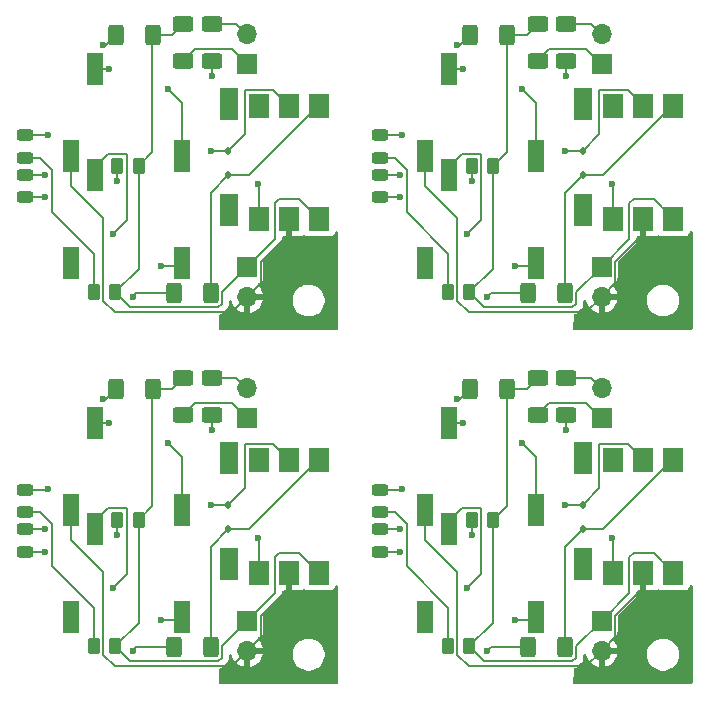
<source format=gtl>
G04 #@! TF.GenerationSoftware,KiCad,Pcbnew,8.0.1*
G04 #@! TF.CreationDate,2024-03-24T21:19:35-05:00*
G04 #@! TF.ProjectId,minimidi_v1,6d696e69-6d69-4646-995f-76312e6b6963,rev?*
G04 #@! TF.SameCoordinates,Original*
G04 #@! TF.FileFunction,Copper,L1,Top*
G04 #@! TF.FilePolarity,Positive*
%FSLAX46Y46*%
G04 Gerber Fmt 4.6, Leading zero omitted, Abs format (unit mm)*
G04 Created by KiCad (PCBNEW 8.0.1) date 2024-03-24 21:19:35*
%MOMM*%
%LPD*%
G01*
G04 APERTURE LIST*
G04 Aperture macros list*
%AMRoundRect*
0 Rectangle with rounded corners*
0 $1 Rounding radius*
0 $2 $3 $4 $5 $6 $7 $8 $9 X,Y pos of 4 corners*
0 Add a 4 corners polygon primitive as box body*
4,1,4,$2,$3,$4,$5,$6,$7,$8,$9,$2,$3,0*
0 Add four circle primitives for the rounded corners*
1,1,$1+$1,$2,$3*
1,1,$1+$1,$4,$5*
1,1,$1+$1,$6,$7*
1,1,$1+$1,$8,$9*
0 Add four rect primitives between the rounded corners*
20,1,$1+$1,$2,$3,$4,$5,0*
20,1,$1+$1,$4,$5,$6,$7,0*
20,1,$1+$1,$6,$7,$8,$9,0*
20,1,$1+$1,$8,$9,$2,$3,0*%
G04 Aperture macros list end*
G04 #@! TA.AperFunction,SMDPad,CuDef*
%ADD10R,1.400000X2.800000*%
G04 #@! TD*
G04 #@! TA.AperFunction,SMDPad,CuDef*
%ADD11R,1.600000X2.800000*%
G04 #@! TD*
G04 #@! TA.AperFunction,SMDPad,CuDef*
%ADD12RoundRect,0.112500X0.112500X-0.187500X0.112500X0.187500X-0.112500X0.187500X-0.112500X-0.187500X0*%
G04 #@! TD*
G04 #@! TA.AperFunction,SMDPad,CuDef*
%ADD13RoundRect,0.243750X-0.456250X0.243750X-0.456250X-0.243750X0.456250X-0.243750X0.456250X0.243750X0*%
G04 #@! TD*
G04 #@! TA.AperFunction,SMDPad,CuDef*
%ADD14R,1.780000X2.000000*%
G04 #@! TD*
G04 #@! TA.AperFunction,SMDPad,CuDef*
%ADD15RoundRect,0.250000X-0.400000X-0.625000X0.400000X-0.625000X0.400000X0.625000X-0.400000X0.625000X0*%
G04 #@! TD*
G04 #@! TA.AperFunction,ComponentPad*
%ADD16R,1.700000X1.700000*%
G04 #@! TD*
G04 #@! TA.AperFunction,ComponentPad*
%ADD17O,1.700000X1.700000*%
G04 #@! TD*
G04 #@! TA.AperFunction,SMDPad,CuDef*
%ADD18RoundRect,0.250000X0.400000X0.625000X-0.400000X0.625000X-0.400000X-0.625000X0.400000X-0.625000X0*%
G04 #@! TD*
G04 #@! TA.AperFunction,SMDPad,CuDef*
%ADD19RoundRect,0.250000X0.262500X0.450000X-0.262500X0.450000X-0.262500X-0.450000X0.262500X-0.450000X0*%
G04 #@! TD*
G04 #@! TA.AperFunction,SMDPad,CuDef*
%ADD20RoundRect,0.250000X-0.625000X0.400000X-0.625000X-0.400000X0.625000X-0.400000X0.625000X0.400000X0*%
G04 #@! TD*
G04 #@! TA.AperFunction,SMDPad,CuDef*
%ADD21RoundRect,0.250000X0.625000X-0.400000X0.625000X0.400000X-0.625000X0.400000X-0.625000X-0.400000X0*%
G04 #@! TD*
G04 #@! TA.AperFunction,ViaPad*
%ADD22C,0.600000*%
G04 #@! TD*
G04 #@! TA.AperFunction,Conductor*
%ADD23C,0.200000*%
G04 #@! TD*
G04 APERTURE END LIST*
D10*
X155368098Y-132275000D03*
X164768098Y-132275000D03*
X157368098Y-124875000D03*
D11*
X168768098Y-127825000D03*
D12*
X168700000Y-124875000D03*
X168700000Y-122775000D03*
D13*
X121500000Y-124875000D03*
X121500000Y-126750000D03*
D14*
X176380000Y-119010000D03*
X173840000Y-119010000D03*
X171300000Y-119010000D03*
X171300000Y-128540000D03*
X173840000Y-128540000D03*
X176380000Y-128540000D03*
D15*
X164100000Y-134875000D03*
X167200000Y-134875000D03*
D16*
X140300000Y-132635000D03*
D17*
X140300000Y-135175000D03*
D13*
X121500000Y-121500000D03*
X121500000Y-123375000D03*
D10*
X125368098Y-132275000D03*
X134768098Y-132275000D03*
X127368098Y-124875000D03*
D11*
X138768098Y-127825000D03*
D18*
X162300000Y-112975000D03*
X159200000Y-112975000D03*
D19*
X131112500Y-124075000D03*
X129287500Y-124075000D03*
D20*
X137300000Y-112075000D03*
X137300000Y-115175000D03*
X167300000Y-112075000D03*
X167300000Y-115175000D03*
D16*
X170300000Y-115475000D03*
D17*
X170300000Y-112935000D03*
D19*
X161112500Y-124075000D03*
X159287500Y-124075000D03*
D18*
X132300000Y-112975000D03*
X129200000Y-112975000D03*
D13*
X151500000Y-124875000D03*
X151500000Y-126750000D03*
D19*
X159112500Y-134775000D03*
X157287500Y-134775000D03*
D14*
X146380000Y-119010000D03*
X143840000Y-119010000D03*
X141300000Y-119010000D03*
X141300000Y-128540000D03*
X143840000Y-128540000D03*
X146380000Y-128540000D03*
D19*
X129112500Y-134775000D03*
X127287500Y-134775000D03*
D10*
X125368098Y-123275000D03*
X134768098Y-123275000D03*
X127368098Y-115875000D03*
D11*
X138768098Y-118825000D03*
D15*
X134100000Y-134875000D03*
X137200000Y-134875000D03*
D13*
X151500000Y-121500000D03*
X151500000Y-123375000D03*
D16*
X170300000Y-132635000D03*
D17*
X170300000Y-135175000D03*
D10*
X155368098Y-123275000D03*
X164768098Y-123275000D03*
X157368098Y-115875000D03*
D11*
X168768098Y-118825000D03*
D21*
X164900000Y-115175000D03*
X164900000Y-112075000D03*
D12*
X138700000Y-124875000D03*
X138700000Y-122775000D03*
D21*
X134900000Y-115175000D03*
X134900000Y-112075000D03*
D16*
X140300000Y-115475000D03*
D17*
X140300000Y-112935000D03*
D13*
X151500000Y-94900000D03*
X151500000Y-96775000D03*
D16*
X170300000Y-102660000D03*
D17*
X170300000Y-105200000D03*
D13*
X151500000Y-91525000D03*
X151500000Y-93400000D03*
D10*
X155368098Y-102300000D03*
X164768098Y-102300000D03*
X157368098Y-94900000D03*
D11*
X168768098Y-97850000D03*
D19*
X161112500Y-94100000D03*
X159287500Y-94100000D03*
D20*
X167300000Y-82100000D03*
X167300000Y-85200000D03*
D18*
X162300000Y-83000000D03*
X159200000Y-83000000D03*
D14*
X176380000Y-89035000D03*
X173840000Y-89035000D03*
X171300000Y-89035000D03*
X171300000Y-98565000D03*
X173840000Y-98565000D03*
X176380000Y-98565000D03*
D19*
X159112500Y-104800000D03*
X157287500Y-104800000D03*
D10*
X155368098Y-93300000D03*
X164768098Y-93300000D03*
X157368098Y-85900000D03*
D11*
X168768098Y-88850000D03*
D15*
X164100000Y-104900000D03*
X167200000Y-104900000D03*
D12*
X168700000Y-94900000D03*
X168700000Y-92800000D03*
D21*
X164900000Y-85200000D03*
X164900000Y-82100000D03*
D16*
X170300000Y-85500000D03*
D17*
X170300000Y-82960000D03*
D13*
X121500000Y-93400000D03*
X121500000Y-91525000D03*
D19*
X131112500Y-94100000D03*
X129287500Y-94100000D03*
X129112500Y-104800000D03*
X127287500Y-104800000D03*
D14*
X146380000Y-98565000D03*
X143840000Y-98565000D03*
X141300000Y-98565000D03*
X141300000Y-89035000D03*
X143840000Y-89035000D03*
X146380000Y-89035000D03*
D21*
X134900000Y-82100000D03*
X134900000Y-85200000D03*
D15*
X134100000Y-104900000D03*
X137200000Y-104900000D03*
D20*
X137300000Y-82100000D03*
X137300000Y-85200000D03*
D18*
X129200000Y-83000000D03*
X132300000Y-83000000D03*
D10*
X125368098Y-93300000D03*
X134768098Y-93300000D03*
X127368098Y-85900000D03*
D11*
X138768098Y-88850000D03*
D16*
X140300000Y-85500000D03*
D17*
X140300000Y-82960000D03*
D11*
X138768098Y-97850000D03*
D10*
X127368098Y-94900000D03*
X134768098Y-102300000D03*
X125368098Y-102300000D03*
D16*
X140300000Y-102660000D03*
D17*
X140300000Y-105200000D03*
D13*
X121500000Y-96775000D03*
X121500000Y-94900000D03*
D12*
X138700000Y-92800000D03*
X138700000Y-94900000D03*
D22*
X130600000Y-135175000D03*
X129300000Y-125375000D03*
X141200000Y-125575000D03*
X137200000Y-122775000D03*
X153200000Y-126750000D03*
X153200000Y-124875000D03*
X167200000Y-122775000D03*
X158600000Y-115875000D03*
X137300000Y-116475000D03*
X133000000Y-132575000D03*
X158900000Y-129875000D03*
X159300000Y-125375000D03*
X133600000Y-117575000D03*
X123200000Y-124875000D03*
X160600000Y-135175000D03*
X158100000Y-113875000D03*
X167300000Y-116475000D03*
X163000000Y-132575000D03*
X163600000Y-117575000D03*
X123400000Y-121475000D03*
X123200000Y-126750000D03*
X128100000Y-113875000D03*
X171200000Y-125575000D03*
X128900000Y-129875000D03*
X153400000Y-121475000D03*
X128600000Y-115875000D03*
X160600000Y-105200000D03*
X159300000Y-95400000D03*
X171200000Y-95600000D03*
X167200000Y-92800000D03*
X167300000Y-86500000D03*
X163000000Y-102600000D03*
X163600000Y-87600000D03*
X153200000Y-94900000D03*
X153400000Y-91500000D03*
X153200000Y-96775000D03*
X158100000Y-83900000D03*
X158900000Y-99900000D03*
X158600000Y-85900000D03*
X141200000Y-95600000D03*
X123200000Y-94900000D03*
X137200000Y-92800000D03*
X128900000Y-99900000D03*
X128100000Y-83900000D03*
X137300000Y-86500000D03*
X128600000Y-85900000D03*
X133600000Y-87600000D03*
X129300000Y-95400000D03*
X123200000Y-96775000D03*
X130600000Y-105200000D03*
X133000000Y-102600000D03*
X123400000Y-91500000D03*
D23*
X168700000Y-124875000D02*
X170434314Y-124875000D01*
X167200000Y-134875000D02*
X167200000Y-126375000D01*
X162300000Y-112975000D02*
X162268098Y-113006902D01*
X172505000Y-117675000D02*
X173840000Y-119010000D01*
X132268098Y-113006902D02*
X132268098Y-122919402D01*
X134768098Y-118743098D02*
X133600000Y-117575000D01*
X167200000Y-126375000D02*
X168700000Y-124875000D01*
X135850000Y-114175000D02*
X139000000Y-114175000D01*
X161112500Y-132775000D02*
X159112500Y-134775000D01*
X123375000Y-121500000D02*
X123400000Y-121475000D01*
X137200000Y-126375000D02*
X138700000Y-124875000D01*
X170100000Y-121375000D02*
X170100000Y-117675000D01*
X140100000Y-117675000D02*
X142505000Y-117675000D01*
X128100000Y-113875000D02*
X128300000Y-113875000D01*
X137300000Y-116475000D02*
X137300000Y-115125000D01*
X157287500Y-131494402D02*
X157287500Y-134775000D01*
X167200000Y-122775000D02*
X168700000Y-122775000D01*
X140300000Y-112935000D02*
X139390000Y-112025000D01*
X139390000Y-112025000D02*
X137300000Y-112025000D01*
X171450000Y-134025000D02*
X170300000Y-135175000D01*
X173840000Y-129835000D02*
X171450000Y-132225000D01*
X141450000Y-134025000D02*
X140300000Y-135175000D01*
X141300000Y-128540000D02*
X141300000Y-125675000D01*
X170434314Y-124875000D02*
X176299314Y-119010000D01*
X127368098Y-124175000D02*
X128498706Y-123044392D01*
X130100000Y-123114641D02*
X130100000Y-128675000D01*
X127368098Y-124875000D02*
X127368098Y-124175000D01*
X121500000Y-124875000D02*
X123200000Y-124875000D01*
X160029751Y-123044392D02*
X160100000Y-123114641D01*
X129300000Y-125375000D02*
X129300000Y-124087500D01*
X167300000Y-116475000D02*
X167300000Y-115125000D01*
X159300000Y-124087500D02*
X159287500Y-124075000D01*
X142650000Y-127240000D02*
X143015000Y-126875000D01*
X168700000Y-122775000D02*
X170100000Y-121375000D01*
X153800000Y-128006902D02*
X157287500Y-131494402D01*
X139000000Y-114175000D02*
X140300000Y-115475000D01*
X162268098Y-122919402D02*
X161112500Y-124075000D01*
X134100000Y-134875000D02*
X130900000Y-134875000D01*
X151500000Y-123375000D02*
X152768098Y-123375000D01*
X141450000Y-132225000D02*
X141450000Y-134025000D01*
X163950000Y-112975000D02*
X164900000Y-112025000D01*
X138700000Y-124875000D02*
X140434314Y-124875000D01*
X163000000Y-132575000D02*
X164468098Y-132575000D01*
X121500000Y-123375000D02*
X122768098Y-123375000D01*
X138150000Y-134785000D02*
X138150000Y-135734744D01*
X140100000Y-121375000D02*
X140100000Y-117675000D01*
X134468098Y-132575000D02*
X134768098Y-132275000D01*
X138700000Y-122775000D02*
X140100000Y-121375000D01*
X137834744Y-136050000D02*
X130387500Y-136050000D01*
X167834744Y-136050000D02*
X160387500Y-136050000D01*
X168150000Y-135734744D02*
X167834744Y-136050000D01*
X155368098Y-123275000D02*
X155368098Y-125777944D01*
X158100000Y-135475000D02*
X159100000Y-136475000D01*
X169000000Y-136475000D02*
X170300000Y-135175000D01*
X137200000Y-122775000D02*
X138700000Y-122775000D01*
X153200000Y-126750000D02*
X151500000Y-126750000D01*
X130100000Y-128675000D02*
X128900000Y-129875000D01*
X173840000Y-128540000D02*
X173840000Y-129835000D01*
X170300000Y-132635000D02*
X172650000Y-130285000D01*
X143015000Y-126875000D02*
X144715000Y-126875000D01*
X159100000Y-136475000D02*
X169000000Y-136475000D01*
X125368098Y-123275000D02*
X125368098Y-125777944D01*
X171300000Y-128540000D02*
X171300000Y-125675000D01*
X164468098Y-132575000D02*
X164768098Y-132275000D01*
X158100000Y-113875000D02*
X158300000Y-113875000D01*
X160100000Y-123114641D02*
X160100000Y-128675000D01*
X173015000Y-126875000D02*
X174715000Y-126875000D01*
X123800000Y-124406902D02*
X123800000Y-128006902D01*
X169000000Y-114175000D02*
X170300000Y-115475000D01*
X164768098Y-118743098D02*
X163600000Y-117575000D01*
X129300000Y-124087500D02*
X129287500Y-124075000D01*
X162300000Y-112975000D02*
X163950000Y-112975000D01*
X170100000Y-117675000D02*
X172505000Y-117675000D01*
X168150000Y-134785000D02*
X168150000Y-135734744D01*
X123200000Y-126750000D02*
X121500000Y-126750000D01*
X123800000Y-128006902D02*
X127287500Y-131494402D01*
X142505000Y-117675000D02*
X143840000Y-119010000D01*
X127368098Y-115875000D02*
X128600000Y-115875000D01*
X161112500Y-124075000D02*
X161112500Y-132775000D01*
X158300000Y-113875000D02*
X159200000Y-112975000D01*
X169390000Y-112025000D02*
X167300000Y-112025000D01*
X125368098Y-125777944D02*
X128100000Y-128509846D01*
X160900000Y-134875000D02*
X160600000Y-135175000D01*
X164100000Y-134875000D02*
X160900000Y-134875000D01*
X172650000Y-130285000D02*
X172650000Y-127240000D01*
X164900000Y-115125000D02*
X165850000Y-114175000D01*
X132268098Y-122919402D02*
X131112500Y-124075000D01*
X174715000Y-126875000D02*
X176380000Y-128540000D01*
X134900000Y-115125000D02*
X135850000Y-114175000D01*
X155368098Y-125777944D02*
X158100000Y-128509846D01*
X157368098Y-124175000D02*
X158498706Y-123044392D01*
X137200000Y-134875000D02*
X137200000Y-126375000D01*
X131112500Y-124075000D02*
X131112500Y-132775000D01*
X158498706Y-123044392D02*
X160029751Y-123044392D01*
X176299314Y-119010000D02*
X176380000Y-119010000D01*
X170300000Y-112935000D02*
X169390000Y-112025000D01*
X153800000Y-124406902D02*
X153800000Y-128006902D01*
X151500000Y-124875000D02*
X153200000Y-124875000D01*
X134768098Y-123275000D02*
X134768098Y-118743098D01*
X171450000Y-132225000D02*
X171450000Y-134025000D01*
X157368098Y-124875000D02*
X157368098Y-124175000D01*
X142650000Y-130285000D02*
X142650000Y-127240000D01*
X140300000Y-132635000D02*
X138150000Y-134785000D01*
X128100000Y-128509846D02*
X128100000Y-135475000D01*
X165850000Y-114175000D02*
X169000000Y-114175000D01*
X153375000Y-121500000D02*
X153400000Y-121475000D01*
X170300000Y-132635000D02*
X168150000Y-134785000D01*
X157368098Y-115875000D02*
X158600000Y-115875000D01*
X160100000Y-128675000D02*
X158900000Y-129875000D01*
X128498706Y-123044392D02*
X130029751Y-123044392D01*
X130900000Y-134875000D02*
X130600000Y-135175000D01*
X140434314Y-124875000D02*
X146299314Y-119010000D01*
X130029751Y-123044392D02*
X130100000Y-123114641D01*
X128100000Y-135475000D02*
X129100000Y-136475000D01*
X138150000Y-135734744D02*
X137834744Y-136050000D01*
X129100000Y-136475000D02*
X139000000Y-136475000D01*
X151500000Y-121500000D02*
X153375000Y-121500000D01*
X143840000Y-129835000D02*
X141450000Y-132225000D01*
X143840000Y-128540000D02*
X143840000Y-129835000D01*
X133000000Y-132575000D02*
X134468098Y-132575000D01*
X140300000Y-132635000D02*
X142650000Y-130285000D01*
X146299314Y-119010000D02*
X146380000Y-119010000D01*
X127287500Y-131494402D02*
X127287500Y-134775000D01*
X164768098Y-123275000D02*
X164768098Y-118743098D01*
X141300000Y-125675000D02*
X141200000Y-125575000D01*
X171300000Y-125675000D02*
X171200000Y-125575000D01*
X172650000Y-127240000D02*
X173015000Y-126875000D01*
X121500000Y-121500000D02*
X123375000Y-121500000D01*
X139000000Y-136475000D02*
X140300000Y-135175000D01*
X128300000Y-113875000D02*
X129200000Y-112975000D01*
X130387500Y-136050000D02*
X129112500Y-134775000D01*
X132300000Y-112975000D02*
X133950000Y-112975000D01*
X159300000Y-125375000D02*
X159300000Y-124087500D01*
X160387500Y-136050000D02*
X159112500Y-134775000D01*
X158100000Y-128509846D02*
X158100000Y-135475000D01*
X162268098Y-113006902D02*
X162268098Y-122919402D01*
X131112500Y-132775000D02*
X129112500Y-134775000D01*
X144715000Y-126875000D02*
X146380000Y-128540000D01*
X152768098Y-123375000D02*
X153800000Y-124406902D01*
X132300000Y-112975000D02*
X132268098Y-113006902D01*
X122768098Y-123375000D02*
X123800000Y-124406902D01*
X133950000Y-112975000D02*
X134900000Y-112025000D01*
X162268098Y-83031902D02*
X162268098Y-92944402D01*
X164768098Y-88768098D02*
X163600000Y-87600000D01*
X165850000Y-84200000D02*
X169000000Y-84200000D01*
X153375000Y-91525000D02*
X153400000Y-91500000D01*
X167200000Y-96400000D02*
X168700000Y-94900000D01*
X170100000Y-87700000D02*
X172505000Y-87700000D01*
X158100000Y-83900000D02*
X158300000Y-83900000D01*
X167300000Y-86500000D02*
X167300000Y-85150000D01*
X170300000Y-82960000D02*
X169390000Y-82050000D01*
X169390000Y-82050000D02*
X167300000Y-82050000D01*
X171450000Y-104050000D02*
X170300000Y-105200000D01*
X171300000Y-98565000D02*
X171300000Y-95700000D01*
X157368098Y-94200000D02*
X158498706Y-93069392D01*
X160100000Y-93139641D02*
X160100000Y-98700000D01*
X157368098Y-94900000D02*
X157368098Y-94200000D01*
X151500000Y-94900000D02*
X153200000Y-94900000D01*
X159300000Y-95400000D02*
X159300000Y-94112500D01*
X172650000Y-97265000D02*
X173015000Y-96900000D01*
X169000000Y-84200000D02*
X170300000Y-85500000D01*
X164100000Y-104900000D02*
X160900000Y-104900000D01*
X171450000Y-102250000D02*
X171450000Y-104050000D01*
X168700000Y-94900000D02*
X170434314Y-94900000D01*
X151500000Y-93400000D02*
X152768098Y-93400000D01*
X168150000Y-104810000D02*
X168150000Y-105759744D01*
X170100000Y-91400000D02*
X170100000Y-87700000D01*
X164468098Y-102600000D02*
X164768098Y-102300000D01*
X168700000Y-92800000D02*
X170100000Y-91400000D01*
X167834744Y-106075000D02*
X160387500Y-106075000D01*
X167200000Y-92800000D02*
X168700000Y-92800000D01*
X160100000Y-98700000D02*
X158900000Y-99900000D01*
X173015000Y-96900000D02*
X174715000Y-96900000D01*
X155368098Y-93300000D02*
X155368098Y-95802944D01*
X153800000Y-94431902D02*
X153800000Y-98031902D01*
X159300000Y-94112500D02*
X159287500Y-94100000D01*
X153200000Y-96775000D02*
X151500000Y-96775000D01*
X153800000Y-98031902D02*
X157287500Y-101519402D01*
X172505000Y-87700000D02*
X173840000Y-89035000D01*
X157368098Y-85900000D02*
X158600000Y-85900000D01*
X155368098Y-95802944D02*
X158100000Y-98534846D01*
X162268098Y-92944402D02*
X161112500Y-94100000D01*
X164900000Y-85150000D02*
X165850000Y-84200000D01*
X167200000Y-104900000D02*
X167200000Y-96400000D01*
X161112500Y-94100000D02*
X161112500Y-102800000D01*
X164768098Y-93300000D02*
X164768098Y-88768098D01*
X172650000Y-100310000D02*
X172650000Y-97265000D01*
X170300000Y-102660000D02*
X168150000Y-104810000D01*
X158100000Y-98534846D02*
X158100000Y-105500000D01*
X158498706Y-93069392D02*
X160029751Y-93069392D01*
X160900000Y-104900000D02*
X160600000Y-105200000D01*
X170434314Y-94900000D02*
X176299314Y-89035000D01*
X160029751Y-93069392D02*
X160100000Y-93139641D01*
X158100000Y-105500000D02*
X159100000Y-106500000D01*
X168150000Y-105759744D02*
X167834744Y-106075000D01*
X159100000Y-106500000D02*
X169000000Y-106500000D01*
X173840000Y-99860000D02*
X171450000Y-102250000D01*
X173840000Y-98565000D02*
X173840000Y-99860000D01*
X163000000Y-102600000D02*
X164468098Y-102600000D01*
X170300000Y-102660000D02*
X172650000Y-100310000D01*
X176299314Y-89035000D02*
X176380000Y-89035000D01*
X157287500Y-101519402D02*
X157287500Y-104800000D01*
X171300000Y-95700000D02*
X171200000Y-95600000D01*
X151500000Y-91525000D02*
X153375000Y-91525000D01*
X169000000Y-106500000D02*
X170300000Y-105200000D01*
X158300000Y-83900000D02*
X159200000Y-83000000D01*
X160387500Y-106075000D02*
X159112500Y-104800000D01*
X162300000Y-83000000D02*
X163950000Y-83000000D01*
X161112500Y-102800000D02*
X159112500Y-104800000D01*
X174715000Y-96900000D02*
X176380000Y-98565000D01*
X162300000Y-83000000D02*
X162268098Y-83031902D01*
X152768098Y-93400000D02*
X153800000Y-94431902D01*
X163950000Y-83000000D02*
X164900000Y-82050000D01*
X141300000Y-95700000D02*
X141200000Y-95600000D01*
X141300000Y-98565000D02*
X141300000Y-95700000D01*
X146299314Y-89035000D02*
X146380000Y-89035000D01*
X140434314Y-94900000D02*
X146299314Y-89035000D01*
X138700000Y-94900000D02*
X140434314Y-94900000D01*
X138700000Y-92800000D02*
X140100000Y-91400000D01*
X140100000Y-91400000D02*
X140100000Y-87700000D01*
X140100000Y-87700000D02*
X142505000Y-87700000D01*
X142505000Y-87700000D02*
X143840000Y-89035000D01*
X121500000Y-94900000D02*
X123200000Y-94900000D01*
X137200000Y-92800000D02*
X138700000Y-92800000D01*
X121500000Y-93400000D02*
X122768098Y-93400000D01*
X122768098Y-93400000D02*
X123800000Y-94431902D01*
X123800000Y-94431902D02*
X123800000Y-98031902D01*
X123800000Y-98031902D02*
X127287500Y-101519402D01*
X127287500Y-101519402D02*
X127287500Y-104800000D01*
X123200000Y-96775000D02*
X121500000Y-96775000D01*
X132300000Y-83000000D02*
X132268098Y-83031902D01*
X132268098Y-83031902D02*
X132268098Y-92944402D01*
X132268098Y-92944402D02*
X131112500Y-94100000D01*
X130100000Y-93139641D02*
X130100000Y-98700000D01*
X130029751Y-93069392D02*
X130100000Y-93139641D01*
X128498706Y-93069392D02*
X130029751Y-93069392D01*
X130100000Y-98700000D02*
X128900000Y-99900000D01*
X127368098Y-94200000D02*
X128498706Y-93069392D01*
X127368098Y-94900000D02*
X127368098Y-94200000D01*
X128100000Y-83900000D02*
X128300000Y-83900000D01*
X128300000Y-83900000D02*
X129200000Y-83000000D01*
X137300000Y-86500000D02*
X137300000Y-85150000D01*
X127368098Y-85900000D02*
X128600000Y-85900000D01*
X134768098Y-88768098D02*
X133600000Y-87600000D01*
X134768098Y-93300000D02*
X134768098Y-88768098D01*
X134900000Y-85150000D02*
X135850000Y-84200000D01*
X135850000Y-84200000D02*
X139000000Y-84200000D01*
X139000000Y-84200000D02*
X140300000Y-85500000D01*
X132300000Y-83000000D02*
X133950000Y-83000000D01*
X133950000Y-83000000D02*
X134900000Y-82050000D01*
X129300000Y-94112500D02*
X129287500Y-94100000D01*
X129300000Y-95400000D02*
X129300000Y-94112500D01*
X130900000Y-104900000D02*
X130600000Y-105200000D01*
X134100000Y-104900000D02*
X130900000Y-104900000D01*
X125368098Y-93300000D02*
X125368098Y-95802944D01*
X125368098Y-95802944D02*
X128100000Y-98534846D01*
X128100000Y-98534846D02*
X128100000Y-105500000D01*
X128100000Y-105500000D02*
X129100000Y-106500000D01*
X129100000Y-106500000D02*
X139000000Y-106500000D01*
X139000000Y-106500000D02*
X140300000Y-105200000D01*
X133000000Y-102600000D02*
X134468098Y-102600000D01*
X134468098Y-102600000D02*
X134768098Y-102300000D01*
X140300000Y-102660000D02*
X138150000Y-104810000D01*
X138150000Y-104810000D02*
X138150000Y-105759744D01*
X130387500Y-106075000D02*
X129112500Y-104800000D01*
X138150000Y-105759744D02*
X137834744Y-106075000D01*
X137834744Y-106075000D02*
X130387500Y-106075000D01*
X131112500Y-94100000D02*
X131112500Y-102800000D01*
X131112500Y-102800000D02*
X129112500Y-104800000D01*
X137200000Y-104900000D02*
X137200000Y-96400000D01*
X137200000Y-96400000D02*
X138700000Y-94900000D01*
X123375000Y-91525000D02*
X123400000Y-91500000D01*
X121500000Y-91525000D02*
X123375000Y-91525000D01*
X140300000Y-102660000D02*
X142650000Y-100310000D01*
X143015000Y-96900000D02*
X144715000Y-96900000D01*
X142650000Y-100310000D02*
X142650000Y-97265000D01*
X144715000Y-96900000D02*
X146380000Y-98565000D01*
X142650000Y-97265000D02*
X143015000Y-96900000D01*
X143840000Y-98565000D02*
X143840000Y-99860000D01*
X141450000Y-102250000D02*
X141450000Y-104050000D01*
X143840000Y-99860000D02*
X141450000Y-102250000D01*
X141450000Y-104050000D02*
X140300000Y-105200000D01*
X140300000Y-82960000D02*
X139390000Y-82050000D01*
X139390000Y-82050000D02*
X137300000Y-82050000D01*
G04 #@! TA.AperFunction,Conductor*
G36*
X144033039Y-98334685D02*
G01*
X144078794Y-98387489D01*
X144090000Y-98439000D01*
X144090000Y-100065000D01*
X144777828Y-100065000D01*
X144777844Y-100064999D01*
X144837372Y-100058598D01*
X144837379Y-100058596D01*
X144972086Y-100008354D01*
X144972089Y-100008352D01*
X145035271Y-99961054D01*
X145100735Y-99936636D01*
X145169008Y-99951487D01*
X145183887Y-99961049D01*
X145247076Y-100008352D01*
X145247668Y-100008795D01*
X145247671Y-100008797D01*
X145382517Y-100059091D01*
X145382516Y-100059091D01*
X145389444Y-100059835D01*
X145442127Y-100065500D01*
X147317872Y-100065499D01*
X147377483Y-100059091D01*
X147512331Y-100008796D01*
X147627546Y-99922546D01*
X147713796Y-99807331D01*
X147759818Y-99683940D01*
X147801689Y-99628006D01*
X147867153Y-99603589D01*
X147935426Y-99618440D01*
X147984832Y-99667845D01*
X148000000Y-99727273D01*
X148000000Y-107876000D01*
X147980315Y-107943039D01*
X147927511Y-107988794D01*
X147876000Y-108000000D01*
X138026556Y-108000000D01*
X137959517Y-107980315D01*
X137913762Y-107927511D01*
X137902582Y-107873470D01*
X137923459Y-106850500D01*
X137925202Y-106765067D01*
X137946250Y-106698446D01*
X137999977Y-106653778D01*
X138017072Y-106647829D01*
X138066529Y-106634577D01*
X138116648Y-106605639D01*
X138203460Y-106555520D01*
X138315264Y-106443716D01*
X138315264Y-106443714D01*
X138325472Y-106433507D01*
X138325474Y-106433504D01*
X138508506Y-106250472D01*
X138508511Y-106250468D01*
X138518714Y-106240264D01*
X138518716Y-106240264D01*
X138630520Y-106128460D01*
X138694056Y-106018412D01*
X138709577Y-105991529D01*
X138750500Y-105838802D01*
X138750500Y-105680687D01*
X138750500Y-105575061D01*
X138770185Y-105508022D01*
X138822989Y-105462267D01*
X138892147Y-105452323D01*
X138955703Y-105481348D01*
X138993477Y-105540126D01*
X138994275Y-105542968D01*
X139026566Y-105663483D01*
X139026570Y-105663492D01*
X139126399Y-105877578D01*
X139261894Y-106071082D01*
X139428917Y-106238105D01*
X139622421Y-106373600D01*
X139836507Y-106473429D01*
X139836516Y-106473433D01*
X140050000Y-106530634D01*
X140050000Y-105633012D01*
X140107007Y-105665925D01*
X140234174Y-105700000D01*
X140365826Y-105700000D01*
X140492993Y-105665925D01*
X140550000Y-105633012D01*
X140550000Y-106530633D01*
X140763483Y-106473433D01*
X140763492Y-106473429D01*
X140977578Y-106373600D01*
X141171082Y-106238105D01*
X141338105Y-106071082D01*
X141473600Y-105877578D01*
X141573429Y-105663492D01*
X141573432Y-105663486D01*
X141588759Y-105606287D01*
X144149500Y-105606287D01*
X144182754Y-105816243D01*
X144190084Y-105838801D01*
X144248443Y-106018412D01*
X144344951Y-106207820D01*
X144469890Y-106379786D01*
X144620213Y-106530109D01*
X144792179Y-106655048D01*
X144792181Y-106655049D01*
X144792184Y-106655051D01*
X144981588Y-106751557D01*
X145183757Y-106817246D01*
X145393713Y-106850500D01*
X145393714Y-106850500D01*
X145606286Y-106850500D01*
X145606287Y-106850500D01*
X145816243Y-106817246D01*
X146018412Y-106751557D01*
X146207816Y-106655051D01*
X146275822Y-106605642D01*
X146379786Y-106530109D01*
X146379788Y-106530106D01*
X146379792Y-106530104D01*
X146530104Y-106379792D01*
X146530106Y-106379788D01*
X146530109Y-106379786D01*
X146655048Y-106207820D01*
X146655047Y-106207820D01*
X146655051Y-106207816D01*
X146751557Y-106018412D01*
X146817246Y-105816243D01*
X146850500Y-105606287D01*
X146850500Y-105393713D01*
X146817246Y-105183757D01*
X146751557Y-104981588D01*
X146655051Y-104792184D01*
X146655049Y-104792181D01*
X146655048Y-104792179D01*
X146530109Y-104620213D01*
X146379786Y-104469890D01*
X146207820Y-104344951D01*
X146018414Y-104248444D01*
X146018413Y-104248443D01*
X146018412Y-104248443D01*
X145816243Y-104182754D01*
X145816241Y-104182753D01*
X145816240Y-104182753D01*
X145654957Y-104157208D01*
X145606287Y-104149500D01*
X145393713Y-104149500D01*
X145345042Y-104157208D01*
X145183760Y-104182753D01*
X145183757Y-104182754D01*
X145053766Y-104224991D01*
X144981585Y-104248444D01*
X144792179Y-104344951D01*
X144620213Y-104469890D01*
X144469890Y-104620213D01*
X144344951Y-104792179D01*
X144248444Y-104981585D01*
X144182753Y-105183760D01*
X144169755Y-105265826D01*
X144149500Y-105393713D01*
X144149500Y-105606287D01*
X141588759Y-105606287D01*
X141630636Y-105450000D01*
X140733012Y-105450000D01*
X140765925Y-105392993D01*
X140800000Y-105265826D01*
X140800000Y-105134174D01*
X140765925Y-105007007D01*
X140733012Y-104950000D01*
X141630636Y-104950000D01*
X141630635Y-104949999D01*
X141573432Y-104736513D01*
X141573429Y-104736507D01*
X141473600Y-104522422D01*
X141473599Y-104522420D01*
X141338113Y-104328926D01*
X141338108Y-104328920D01*
X141216053Y-104206865D01*
X141182568Y-104145542D01*
X141187552Y-104075850D01*
X141229424Y-104019917D01*
X141260400Y-104003002D01*
X141349847Y-103969641D01*
X141392326Y-103953798D01*
X141392326Y-103953797D01*
X141392331Y-103953796D01*
X141507546Y-103867546D01*
X141593796Y-103752331D01*
X141644091Y-103617483D01*
X141650500Y-103557873D01*
X141650499Y-102210095D01*
X141670184Y-102143057D01*
X141686813Y-102122420D01*
X143018713Y-100790521D01*
X143018716Y-100790520D01*
X143130520Y-100678716D01*
X143180639Y-100591904D01*
X143209577Y-100541785D01*
X143250501Y-100389057D01*
X143250501Y-100230943D01*
X143250501Y-100223348D01*
X143250500Y-100223330D01*
X143250500Y-100189000D01*
X143270185Y-100121961D01*
X143322989Y-100076206D01*
X143374500Y-100065000D01*
X143590000Y-100065000D01*
X143590000Y-98439000D01*
X143609685Y-98371961D01*
X143662489Y-98326206D01*
X143714000Y-98315000D01*
X143966000Y-98315000D01*
X144033039Y-98334685D01*
G37*
G04 #@! TD.AperFunction*
G04 #@! TA.AperFunction,Conductor*
G36*
X174033039Y-98334685D02*
G01*
X174078794Y-98387489D01*
X174090000Y-98439000D01*
X174090000Y-100065000D01*
X174777828Y-100065000D01*
X174777844Y-100064999D01*
X174837372Y-100058598D01*
X174837379Y-100058596D01*
X174972086Y-100008354D01*
X174972089Y-100008352D01*
X175035271Y-99961054D01*
X175100735Y-99936636D01*
X175169008Y-99951487D01*
X175183887Y-99961049D01*
X175247076Y-100008352D01*
X175247668Y-100008795D01*
X175247671Y-100008797D01*
X175382517Y-100059091D01*
X175382516Y-100059091D01*
X175389444Y-100059835D01*
X175442127Y-100065500D01*
X177317872Y-100065499D01*
X177377483Y-100059091D01*
X177512331Y-100008796D01*
X177627546Y-99922546D01*
X177713796Y-99807331D01*
X177759818Y-99683940D01*
X177801689Y-99628006D01*
X177867153Y-99603589D01*
X177935426Y-99618440D01*
X177984832Y-99667845D01*
X178000000Y-99727273D01*
X178000000Y-107876000D01*
X177980315Y-107943039D01*
X177927511Y-107988794D01*
X177876000Y-108000000D01*
X168026556Y-108000000D01*
X167959517Y-107980315D01*
X167913762Y-107927511D01*
X167902582Y-107873470D01*
X167923459Y-106850500D01*
X167925202Y-106765067D01*
X167946250Y-106698446D01*
X167999977Y-106653778D01*
X168017072Y-106647829D01*
X168066529Y-106634577D01*
X168116648Y-106605639D01*
X168203460Y-106555520D01*
X168315264Y-106443716D01*
X168315264Y-106443714D01*
X168325472Y-106433507D01*
X168325474Y-106433504D01*
X168508506Y-106250472D01*
X168508511Y-106250468D01*
X168518714Y-106240264D01*
X168518716Y-106240264D01*
X168630520Y-106128460D01*
X168694056Y-106018412D01*
X168709577Y-105991529D01*
X168750500Y-105838802D01*
X168750500Y-105680687D01*
X168750500Y-105575061D01*
X168770185Y-105508022D01*
X168822989Y-105462267D01*
X168892147Y-105452323D01*
X168955703Y-105481348D01*
X168993477Y-105540126D01*
X168994275Y-105542968D01*
X169026566Y-105663483D01*
X169026570Y-105663492D01*
X169126399Y-105877578D01*
X169261894Y-106071082D01*
X169428917Y-106238105D01*
X169622421Y-106373600D01*
X169836507Y-106473429D01*
X169836516Y-106473433D01*
X170050000Y-106530634D01*
X170050000Y-105633012D01*
X170107007Y-105665925D01*
X170234174Y-105700000D01*
X170365826Y-105700000D01*
X170492993Y-105665925D01*
X170550000Y-105633012D01*
X170550000Y-106530633D01*
X170763483Y-106473433D01*
X170763492Y-106473429D01*
X170977578Y-106373600D01*
X171171082Y-106238105D01*
X171338105Y-106071082D01*
X171473600Y-105877578D01*
X171573429Y-105663492D01*
X171573432Y-105663486D01*
X171588759Y-105606287D01*
X174149500Y-105606287D01*
X174182754Y-105816243D01*
X174190084Y-105838801D01*
X174248443Y-106018412D01*
X174344951Y-106207820D01*
X174469890Y-106379786D01*
X174620213Y-106530109D01*
X174792179Y-106655048D01*
X174792181Y-106655049D01*
X174792184Y-106655051D01*
X174981588Y-106751557D01*
X175183757Y-106817246D01*
X175393713Y-106850500D01*
X175393714Y-106850500D01*
X175606286Y-106850500D01*
X175606287Y-106850500D01*
X175816243Y-106817246D01*
X176018412Y-106751557D01*
X176207816Y-106655051D01*
X176275822Y-106605642D01*
X176379786Y-106530109D01*
X176379788Y-106530106D01*
X176379792Y-106530104D01*
X176530104Y-106379792D01*
X176530106Y-106379788D01*
X176530109Y-106379786D01*
X176655048Y-106207820D01*
X176655047Y-106207820D01*
X176655051Y-106207816D01*
X176751557Y-106018412D01*
X176817246Y-105816243D01*
X176850500Y-105606287D01*
X176850500Y-105393713D01*
X176817246Y-105183757D01*
X176751557Y-104981588D01*
X176655051Y-104792184D01*
X176655049Y-104792181D01*
X176655048Y-104792179D01*
X176530109Y-104620213D01*
X176379786Y-104469890D01*
X176207820Y-104344951D01*
X176018414Y-104248444D01*
X176018413Y-104248443D01*
X176018412Y-104248443D01*
X175816243Y-104182754D01*
X175816241Y-104182753D01*
X175816240Y-104182753D01*
X175654957Y-104157208D01*
X175606287Y-104149500D01*
X175393713Y-104149500D01*
X175345042Y-104157208D01*
X175183760Y-104182753D01*
X175183757Y-104182754D01*
X175053766Y-104224991D01*
X174981585Y-104248444D01*
X174792179Y-104344951D01*
X174620213Y-104469890D01*
X174469890Y-104620213D01*
X174344951Y-104792179D01*
X174248444Y-104981585D01*
X174182753Y-105183760D01*
X174169755Y-105265826D01*
X174149500Y-105393713D01*
X174149500Y-105606287D01*
X171588759Y-105606287D01*
X171630636Y-105450000D01*
X170733012Y-105450000D01*
X170765925Y-105392993D01*
X170800000Y-105265826D01*
X170800000Y-105134174D01*
X170765925Y-105007007D01*
X170733012Y-104950000D01*
X171630636Y-104950000D01*
X171630635Y-104949999D01*
X171573432Y-104736513D01*
X171573429Y-104736507D01*
X171473600Y-104522422D01*
X171473599Y-104522420D01*
X171338113Y-104328926D01*
X171338108Y-104328920D01*
X171216053Y-104206865D01*
X171182568Y-104145542D01*
X171187552Y-104075850D01*
X171229424Y-104019917D01*
X171260400Y-104003002D01*
X171349847Y-103969641D01*
X171392326Y-103953798D01*
X171392326Y-103953797D01*
X171392331Y-103953796D01*
X171507546Y-103867546D01*
X171593796Y-103752331D01*
X171644091Y-103617483D01*
X171650500Y-103557873D01*
X171650499Y-102210095D01*
X171670184Y-102143057D01*
X171686813Y-102122420D01*
X173018713Y-100790521D01*
X173018716Y-100790520D01*
X173130520Y-100678716D01*
X173180639Y-100591904D01*
X173209577Y-100541785D01*
X173250501Y-100389057D01*
X173250501Y-100230943D01*
X173250501Y-100223348D01*
X173250500Y-100223330D01*
X173250500Y-100189000D01*
X173270185Y-100121961D01*
X173322989Y-100076206D01*
X173374500Y-100065000D01*
X173590000Y-100065000D01*
X173590000Y-98439000D01*
X173609685Y-98371961D01*
X173662489Y-98326206D01*
X173714000Y-98315000D01*
X173966000Y-98315000D01*
X174033039Y-98334685D01*
G37*
G04 #@! TD.AperFunction*
G04 #@! TA.AperFunction,Conductor*
G36*
X174033039Y-128309685D02*
G01*
X174078794Y-128362489D01*
X174090000Y-128414000D01*
X174090000Y-130040000D01*
X174777828Y-130040000D01*
X174777844Y-130039999D01*
X174837372Y-130033598D01*
X174837379Y-130033596D01*
X174972086Y-129983354D01*
X174972089Y-129983352D01*
X175035271Y-129936054D01*
X175100735Y-129911636D01*
X175169008Y-129926487D01*
X175183887Y-129936049D01*
X175247076Y-129983352D01*
X175247668Y-129983795D01*
X175247671Y-129983797D01*
X175382517Y-130034091D01*
X175382516Y-130034091D01*
X175389444Y-130034835D01*
X175442127Y-130040500D01*
X177317872Y-130040499D01*
X177377483Y-130034091D01*
X177512331Y-129983796D01*
X177627546Y-129897546D01*
X177713796Y-129782331D01*
X177759818Y-129658940D01*
X177801689Y-129603006D01*
X177867153Y-129578589D01*
X177935426Y-129593440D01*
X177984832Y-129642845D01*
X178000000Y-129702273D01*
X178000000Y-137851000D01*
X177980315Y-137918039D01*
X177927511Y-137963794D01*
X177876000Y-137975000D01*
X168026556Y-137975000D01*
X167959517Y-137955315D01*
X167913762Y-137902511D01*
X167902582Y-137848470D01*
X167923459Y-136825500D01*
X167925202Y-136740067D01*
X167946250Y-136673446D01*
X167999977Y-136628778D01*
X168017072Y-136622829D01*
X168066529Y-136609577D01*
X168116648Y-136580639D01*
X168203460Y-136530520D01*
X168315264Y-136418716D01*
X168315264Y-136418714D01*
X168325472Y-136408507D01*
X168325474Y-136408504D01*
X168508506Y-136225472D01*
X168508511Y-136225468D01*
X168518714Y-136215264D01*
X168518716Y-136215264D01*
X168630520Y-136103460D01*
X168694056Y-135993412D01*
X168709577Y-135966529D01*
X168750500Y-135813802D01*
X168750500Y-135655687D01*
X168750500Y-135550061D01*
X168770185Y-135483022D01*
X168822989Y-135437267D01*
X168892147Y-135427323D01*
X168955703Y-135456348D01*
X168993477Y-135515126D01*
X168994275Y-135517968D01*
X169026566Y-135638483D01*
X169026570Y-135638492D01*
X169126399Y-135852578D01*
X169261894Y-136046082D01*
X169428917Y-136213105D01*
X169622421Y-136348600D01*
X169836507Y-136448429D01*
X169836516Y-136448433D01*
X170050000Y-136505634D01*
X170050000Y-135608012D01*
X170107007Y-135640925D01*
X170234174Y-135675000D01*
X170365826Y-135675000D01*
X170492993Y-135640925D01*
X170550000Y-135608012D01*
X170550000Y-136505633D01*
X170763483Y-136448433D01*
X170763492Y-136448429D01*
X170977578Y-136348600D01*
X171171082Y-136213105D01*
X171338105Y-136046082D01*
X171473600Y-135852578D01*
X171573429Y-135638492D01*
X171573432Y-135638486D01*
X171588759Y-135581287D01*
X174149500Y-135581287D01*
X174182754Y-135791243D01*
X174190084Y-135813801D01*
X174248443Y-135993412D01*
X174344951Y-136182820D01*
X174469890Y-136354786D01*
X174620213Y-136505109D01*
X174792179Y-136630048D01*
X174792181Y-136630049D01*
X174792184Y-136630051D01*
X174981588Y-136726557D01*
X175183757Y-136792246D01*
X175393713Y-136825500D01*
X175393714Y-136825500D01*
X175606286Y-136825500D01*
X175606287Y-136825500D01*
X175816243Y-136792246D01*
X176018412Y-136726557D01*
X176207816Y-136630051D01*
X176275822Y-136580642D01*
X176379786Y-136505109D01*
X176379788Y-136505106D01*
X176379792Y-136505104D01*
X176530104Y-136354792D01*
X176530106Y-136354788D01*
X176530109Y-136354786D01*
X176655048Y-136182820D01*
X176655047Y-136182820D01*
X176655051Y-136182816D01*
X176751557Y-135993412D01*
X176817246Y-135791243D01*
X176850500Y-135581287D01*
X176850500Y-135368713D01*
X176817246Y-135158757D01*
X176751557Y-134956588D01*
X176655051Y-134767184D01*
X176655049Y-134767181D01*
X176655048Y-134767179D01*
X176530109Y-134595213D01*
X176379786Y-134444890D01*
X176207820Y-134319951D01*
X176018414Y-134223444D01*
X176018413Y-134223443D01*
X176018412Y-134223443D01*
X175816243Y-134157754D01*
X175816241Y-134157753D01*
X175816240Y-134157753D01*
X175654957Y-134132208D01*
X175606287Y-134124500D01*
X175393713Y-134124500D01*
X175345042Y-134132208D01*
X175183760Y-134157753D01*
X175183757Y-134157754D01*
X175053766Y-134199991D01*
X174981585Y-134223444D01*
X174792179Y-134319951D01*
X174620213Y-134444890D01*
X174469890Y-134595213D01*
X174344951Y-134767179D01*
X174248444Y-134956585D01*
X174182753Y-135158760D01*
X174169755Y-135240826D01*
X174149500Y-135368713D01*
X174149500Y-135581287D01*
X171588759Y-135581287D01*
X171630636Y-135425000D01*
X170733012Y-135425000D01*
X170765925Y-135367993D01*
X170800000Y-135240826D01*
X170800000Y-135109174D01*
X170765925Y-134982007D01*
X170733012Y-134925000D01*
X171630636Y-134925000D01*
X171630635Y-134924999D01*
X171573432Y-134711513D01*
X171573429Y-134711507D01*
X171473600Y-134497422D01*
X171473599Y-134497420D01*
X171338113Y-134303926D01*
X171338108Y-134303920D01*
X171216053Y-134181865D01*
X171182568Y-134120542D01*
X171187552Y-134050850D01*
X171229424Y-133994917D01*
X171260400Y-133978002D01*
X171349847Y-133944641D01*
X171392326Y-133928798D01*
X171392326Y-133928797D01*
X171392331Y-133928796D01*
X171507546Y-133842546D01*
X171593796Y-133727331D01*
X171644091Y-133592483D01*
X171650500Y-133532873D01*
X171650499Y-132185095D01*
X171670184Y-132118057D01*
X171686813Y-132097420D01*
X173018713Y-130765521D01*
X173018716Y-130765520D01*
X173130520Y-130653716D01*
X173180639Y-130566904D01*
X173209577Y-130516785D01*
X173250501Y-130364057D01*
X173250501Y-130205943D01*
X173250501Y-130198348D01*
X173250500Y-130198330D01*
X173250500Y-130164000D01*
X173270185Y-130096961D01*
X173322989Y-130051206D01*
X173374500Y-130040000D01*
X173590000Y-130040000D01*
X173590000Y-128414000D01*
X173609685Y-128346961D01*
X173662489Y-128301206D01*
X173714000Y-128290000D01*
X173966000Y-128290000D01*
X174033039Y-128309685D01*
G37*
G04 #@! TD.AperFunction*
G04 #@! TA.AperFunction,Conductor*
G36*
X144033039Y-128309685D02*
G01*
X144078794Y-128362489D01*
X144090000Y-128414000D01*
X144090000Y-130040000D01*
X144777828Y-130040000D01*
X144777844Y-130039999D01*
X144837372Y-130033598D01*
X144837379Y-130033596D01*
X144972086Y-129983354D01*
X144972089Y-129983352D01*
X145035271Y-129936054D01*
X145100735Y-129911636D01*
X145169008Y-129926487D01*
X145183887Y-129936049D01*
X145247076Y-129983352D01*
X145247668Y-129983795D01*
X145247671Y-129983797D01*
X145382517Y-130034091D01*
X145382516Y-130034091D01*
X145389444Y-130034835D01*
X145442127Y-130040500D01*
X147317872Y-130040499D01*
X147377483Y-130034091D01*
X147512331Y-129983796D01*
X147627546Y-129897546D01*
X147713796Y-129782331D01*
X147759818Y-129658940D01*
X147801689Y-129603006D01*
X147867153Y-129578589D01*
X147935426Y-129593440D01*
X147984832Y-129642845D01*
X148000000Y-129702273D01*
X148000000Y-137851000D01*
X147980315Y-137918039D01*
X147927511Y-137963794D01*
X147876000Y-137975000D01*
X138026556Y-137975000D01*
X137959517Y-137955315D01*
X137913762Y-137902511D01*
X137902582Y-137848470D01*
X137923459Y-136825500D01*
X137925202Y-136740067D01*
X137946250Y-136673446D01*
X137999977Y-136628778D01*
X138017072Y-136622829D01*
X138066529Y-136609577D01*
X138116648Y-136580639D01*
X138203460Y-136530520D01*
X138315264Y-136418716D01*
X138315264Y-136418714D01*
X138325472Y-136408507D01*
X138325474Y-136408504D01*
X138508506Y-136225472D01*
X138508511Y-136225468D01*
X138518714Y-136215264D01*
X138518716Y-136215264D01*
X138630520Y-136103460D01*
X138694056Y-135993412D01*
X138709577Y-135966529D01*
X138750500Y-135813802D01*
X138750500Y-135655687D01*
X138750500Y-135550061D01*
X138770185Y-135483022D01*
X138822989Y-135437267D01*
X138892147Y-135427323D01*
X138955703Y-135456348D01*
X138993477Y-135515126D01*
X138994275Y-135517968D01*
X139026566Y-135638483D01*
X139026570Y-135638492D01*
X139126399Y-135852578D01*
X139261894Y-136046082D01*
X139428917Y-136213105D01*
X139622421Y-136348600D01*
X139836507Y-136448429D01*
X139836516Y-136448433D01*
X140050000Y-136505634D01*
X140050000Y-135608012D01*
X140107007Y-135640925D01*
X140234174Y-135675000D01*
X140365826Y-135675000D01*
X140492993Y-135640925D01*
X140550000Y-135608012D01*
X140550000Y-136505633D01*
X140763483Y-136448433D01*
X140763492Y-136448429D01*
X140977578Y-136348600D01*
X141171082Y-136213105D01*
X141338105Y-136046082D01*
X141473600Y-135852578D01*
X141573429Y-135638492D01*
X141573432Y-135638486D01*
X141588759Y-135581287D01*
X144149500Y-135581287D01*
X144182754Y-135791243D01*
X144190084Y-135813801D01*
X144248443Y-135993412D01*
X144344951Y-136182820D01*
X144469890Y-136354786D01*
X144620213Y-136505109D01*
X144792179Y-136630048D01*
X144792181Y-136630049D01*
X144792184Y-136630051D01*
X144981588Y-136726557D01*
X145183757Y-136792246D01*
X145393713Y-136825500D01*
X145393714Y-136825500D01*
X145606286Y-136825500D01*
X145606287Y-136825500D01*
X145816243Y-136792246D01*
X146018412Y-136726557D01*
X146207816Y-136630051D01*
X146275822Y-136580642D01*
X146379786Y-136505109D01*
X146379788Y-136505106D01*
X146379792Y-136505104D01*
X146530104Y-136354792D01*
X146530106Y-136354788D01*
X146530109Y-136354786D01*
X146655048Y-136182820D01*
X146655047Y-136182820D01*
X146655051Y-136182816D01*
X146751557Y-135993412D01*
X146817246Y-135791243D01*
X146850500Y-135581287D01*
X146850500Y-135368713D01*
X146817246Y-135158757D01*
X146751557Y-134956588D01*
X146655051Y-134767184D01*
X146655049Y-134767181D01*
X146655048Y-134767179D01*
X146530109Y-134595213D01*
X146379786Y-134444890D01*
X146207820Y-134319951D01*
X146018414Y-134223444D01*
X146018413Y-134223443D01*
X146018412Y-134223443D01*
X145816243Y-134157754D01*
X145816241Y-134157753D01*
X145816240Y-134157753D01*
X145654957Y-134132208D01*
X145606287Y-134124500D01*
X145393713Y-134124500D01*
X145345042Y-134132208D01*
X145183760Y-134157753D01*
X145183757Y-134157754D01*
X145053766Y-134199991D01*
X144981585Y-134223444D01*
X144792179Y-134319951D01*
X144620213Y-134444890D01*
X144469890Y-134595213D01*
X144344951Y-134767179D01*
X144248444Y-134956585D01*
X144182753Y-135158760D01*
X144169755Y-135240826D01*
X144149500Y-135368713D01*
X144149500Y-135581287D01*
X141588759Y-135581287D01*
X141630636Y-135425000D01*
X140733012Y-135425000D01*
X140765925Y-135367993D01*
X140800000Y-135240826D01*
X140800000Y-135109174D01*
X140765925Y-134982007D01*
X140733012Y-134925000D01*
X141630636Y-134925000D01*
X141630635Y-134924999D01*
X141573432Y-134711513D01*
X141573429Y-134711507D01*
X141473600Y-134497422D01*
X141473599Y-134497420D01*
X141338113Y-134303926D01*
X141338108Y-134303920D01*
X141216053Y-134181865D01*
X141182568Y-134120542D01*
X141187552Y-134050850D01*
X141229424Y-133994917D01*
X141260400Y-133978002D01*
X141349847Y-133944641D01*
X141392326Y-133928798D01*
X141392326Y-133928797D01*
X141392331Y-133928796D01*
X141507546Y-133842546D01*
X141593796Y-133727331D01*
X141644091Y-133592483D01*
X141650500Y-133532873D01*
X141650499Y-132185095D01*
X141670184Y-132118057D01*
X141686813Y-132097420D01*
X143018713Y-130765521D01*
X143018716Y-130765520D01*
X143130520Y-130653716D01*
X143180639Y-130566904D01*
X143209577Y-130516785D01*
X143250501Y-130364057D01*
X143250501Y-130205943D01*
X143250501Y-130198348D01*
X143250500Y-130198330D01*
X143250500Y-130164000D01*
X143270185Y-130096961D01*
X143322989Y-130051206D01*
X143374500Y-130040000D01*
X143590000Y-130040000D01*
X143590000Y-128414000D01*
X143609685Y-128346961D01*
X143662489Y-128301206D01*
X143714000Y-128290000D01*
X143966000Y-128290000D01*
X144033039Y-128309685D01*
G37*
G04 #@! TD.AperFunction*
M02*

</source>
